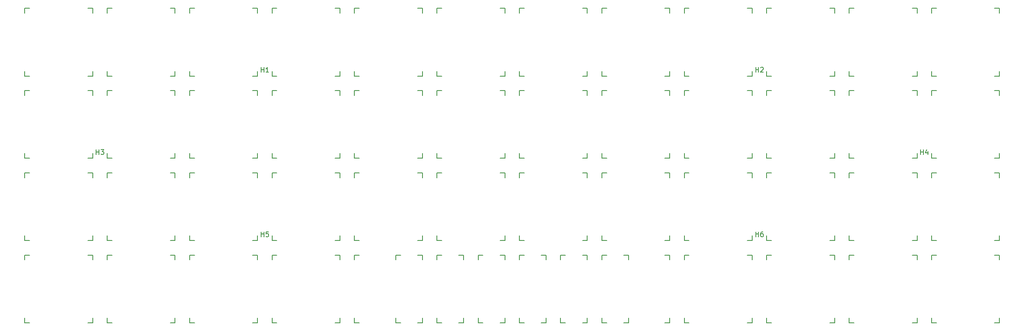
<source format=gbr>
%TF.GenerationSoftware,KiCad,Pcbnew,(6.0.4-0)*%
%TF.CreationDate,2022-10-29T19:27:29-05:00*%
%TF.ProjectId,dogema48_cfx,646f6765-6d61-4343-985f-6366782e6b69,rev?*%
%TF.SameCoordinates,Original*%
%TF.FileFunction,Legend,Top*%
%TF.FilePolarity,Positive*%
%FSLAX46Y46*%
G04 Gerber Fmt 4.6, Leading zero omitted, Abs format (unit mm)*
G04 Created by KiCad (PCBNEW (6.0.4-0)) date 2022-10-29 19:27:29*
%MOMM*%
%LPD*%
G01*
G04 APERTURE LIST*
%ADD10C,0.150000*%
G04 APERTURE END LIST*
D10*
%TO.C,H4*%
X260612972Y-46577357D02*
X260612972Y-45577357D01*
X260612972Y-46053548D02*
X261184400Y-46053548D01*
X261184400Y-46577357D02*
X261184400Y-45577357D01*
X262089162Y-45910691D02*
X262089162Y-46577357D01*
X261851067Y-45529738D02*
X261612972Y-46244024D01*
X262232019Y-46244024D01*
%TO.C,H5*%
X124613036Y-63577349D02*
X124613036Y-62577349D01*
X124613036Y-63053540D02*
X125184464Y-63053540D01*
X125184464Y-63577349D02*
X125184464Y-62577349D01*
X126136845Y-62577349D02*
X125660655Y-62577349D01*
X125613036Y-63053540D01*
X125660655Y-63005921D01*
X125755893Y-62958302D01*
X125993988Y-62958302D01*
X126089226Y-63005921D01*
X126136845Y-63053540D01*
X126184464Y-63148778D01*
X126184464Y-63386873D01*
X126136845Y-63482111D01*
X126089226Y-63529730D01*
X125993988Y-63577349D01*
X125755893Y-63577349D01*
X125660655Y-63529730D01*
X125613036Y-63482111D01*
%TO.C,H2*%
X226612988Y-29577365D02*
X226612988Y-28577365D01*
X226612988Y-29053556D02*
X227184416Y-29053556D01*
X227184416Y-29577365D02*
X227184416Y-28577365D01*
X227612988Y-28672604D02*
X227660607Y-28624985D01*
X227755845Y-28577365D01*
X227993940Y-28577365D01*
X228089178Y-28624985D01*
X228136797Y-28672604D01*
X228184416Y-28767842D01*
X228184416Y-28863080D01*
X228136797Y-29005937D01*
X227565369Y-29577365D01*
X228184416Y-29577365D01*
%TO.C,H6*%
X226612988Y-63577349D02*
X226612988Y-62577349D01*
X226612988Y-63053540D02*
X227184416Y-63053540D01*
X227184416Y-63577349D02*
X227184416Y-62577349D01*
X228089178Y-62577349D02*
X227898702Y-62577349D01*
X227803464Y-62624969D01*
X227755845Y-62672588D01*
X227660607Y-62815445D01*
X227612988Y-63005921D01*
X227612988Y-63386873D01*
X227660607Y-63482111D01*
X227708226Y-63529730D01*
X227803464Y-63577349D01*
X227993940Y-63577349D01*
X228089178Y-63529730D01*
X228136797Y-63482111D01*
X228184416Y-63386873D01*
X228184416Y-63148778D01*
X228136797Y-63053540D01*
X228089178Y-63005921D01*
X227993940Y-62958302D01*
X227803464Y-62958302D01*
X227708226Y-63005921D01*
X227660607Y-63053540D01*
X227612988Y-63148778D01*
%TO.C,H3*%
X90613052Y-46577357D02*
X90613052Y-45577357D01*
X90613052Y-46053548D02*
X91184480Y-46053548D01*
X91184480Y-46577357D02*
X91184480Y-45577357D01*
X91565433Y-45577357D02*
X92184480Y-45577357D01*
X91851147Y-45958310D01*
X91994004Y-45958310D01*
X92089242Y-46005929D01*
X92136861Y-46053548D01*
X92184480Y-46148786D01*
X92184480Y-46386881D01*
X92136861Y-46482119D01*
X92089242Y-46529738D01*
X91994004Y-46577357D01*
X91708290Y-46577357D01*
X91613052Y-46529738D01*
X91565433Y-46482119D01*
%TO.C,H1*%
X124613036Y-29577365D02*
X124613036Y-28577365D01*
X124613036Y-29053556D02*
X125184464Y-29053556D01*
X125184464Y-29577365D02*
X125184464Y-28577365D01*
X126184464Y-29577365D02*
X125613036Y-29577365D01*
X125898750Y-29577365D02*
X125898750Y-28577365D01*
X125803512Y-28720223D01*
X125708274Y-28815461D01*
X125613036Y-28863080D01*
%TO.C,SW25*%
X157874929Y-63374973D02*
X157874929Y-64374973D01*
X143874929Y-64374973D02*
X144874929Y-64374973D01*
X156874929Y-64374973D02*
X157874929Y-64374973D01*
X157874929Y-50374973D02*
X156874929Y-50374973D01*
X157874929Y-50374973D02*
X157874929Y-51374973D01*
X144874929Y-50374973D02*
X143874929Y-50374973D01*
X143874929Y-51374973D02*
X143874929Y-50374973D01*
X143874929Y-64374973D02*
X143874929Y-63374973D01*
X157874929Y-64374973D02*
X156874929Y-64374973D01*
%TO.C,SW17*%
X177874913Y-47374981D02*
X177874913Y-46374981D01*
X178874913Y-33374981D02*
X177874913Y-33374981D01*
X191874913Y-47374981D02*
X190874913Y-47374981D01*
X191874913Y-33374981D02*
X190874913Y-33374981D01*
X191874913Y-33374981D02*
X191874913Y-34374981D01*
X177874913Y-34374981D02*
X177874913Y-33374981D01*
X191874913Y-46374981D02*
X191874913Y-47374981D01*
X190874913Y-47374981D02*
X191874913Y-47374981D01*
X177874913Y-47374981D02*
X178874913Y-47374981D01*
%TO.C,SW23*%
X109874945Y-64374973D02*
X109874945Y-63374973D01*
X123874945Y-64374973D02*
X122874945Y-64374973D01*
X109874945Y-64374973D02*
X110874945Y-64374973D01*
X123874945Y-50374973D02*
X122874945Y-50374973D01*
X123874945Y-63374973D02*
X123874945Y-64374973D01*
X109874945Y-51374973D02*
X109874945Y-50374973D01*
X110874945Y-50374973D02*
X109874945Y-50374973D01*
X123874945Y-50374973D02*
X123874945Y-51374973D01*
X122874945Y-64374973D02*
X123874945Y-64374973D01*
%TO.C,SW26*%
X161874921Y-50374973D02*
X160874921Y-50374973D01*
X160874921Y-64374973D02*
X160874921Y-63374973D01*
X160874921Y-51374973D02*
X160874921Y-50374973D01*
X173874921Y-64374973D02*
X174874921Y-64374973D01*
X174874921Y-50374973D02*
X174874921Y-51374973D01*
X160874921Y-64374973D02*
X161874921Y-64374973D01*
X174874921Y-64374973D02*
X173874921Y-64374973D01*
X174874921Y-50374973D02*
X173874921Y-50374973D01*
X174874921Y-63374973D02*
X174874921Y-64374973D01*
%TO.C,SW13*%
X109874945Y-47374981D02*
X109874945Y-46374981D01*
X123874945Y-33374981D02*
X122874945Y-33374981D01*
X109874945Y-47374981D02*
X110874945Y-47374981D01*
X123874945Y-46374981D02*
X123874945Y-47374981D01*
X110874945Y-33374981D02*
X109874945Y-33374981D01*
X123874945Y-47374981D02*
X122874945Y-47374981D01*
X109874945Y-34374981D02*
X109874945Y-33374981D01*
X122874945Y-47374981D02*
X123874945Y-47374981D01*
X123874945Y-33374981D02*
X123874945Y-34374981D01*
%TO.C,SW20*%
X242874889Y-46374981D02*
X242874889Y-47374981D01*
X241874889Y-47374981D02*
X242874889Y-47374981D01*
X228874889Y-47374981D02*
X229874889Y-47374981D01*
X242874889Y-33374981D02*
X241874889Y-33374981D01*
X228874889Y-47374981D02*
X228874889Y-46374981D01*
X228874889Y-34374981D02*
X228874889Y-33374981D01*
X229874889Y-33374981D02*
X228874889Y-33374981D01*
X242874889Y-33374981D02*
X242874889Y-34374981D01*
X242874889Y-47374981D02*
X241874889Y-47374981D01*
%TO.C,SW16*%
X161874921Y-33374981D02*
X160874921Y-33374981D01*
X160874921Y-34374981D02*
X160874921Y-33374981D01*
X160874921Y-47374981D02*
X160874921Y-46374981D01*
X174874921Y-33374981D02*
X173874921Y-33374981D01*
X174874921Y-47374981D02*
X173874921Y-47374981D01*
X174874921Y-33374981D02*
X174874921Y-34374981D01*
X174874921Y-46374981D02*
X174874921Y-47374981D01*
X160874921Y-47374981D02*
X161874921Y-47374981D01*
X173874921Y-47374981D02*
X174874921Y-47374981D01*
%TO.C,SW4*%
X126874937Y-17374989D02*
X126874937Y-16374989D01*
X140874937Y-16374989D02*
X140874937Y-17374989D01*
X127874937Y-16374989D02*
X126874937Y-16374989D01*
X126874937Y-30374989D02*
X126874937Y-29374989D01*
X139874937Y-30374989D02*
X140874937Y-30374989D01*
X140874937Y-30374989D02*
X139874937Y-30374989D01*
X126874937Y-30374989D02*
X127874937Y-30374989D01*
X140874937Y-29374989D02*
X140874937Y-30374989D01*
X140874937Y-16374989D02*
X139874937Y-16374989D01*
%TO.C,SW1*%
X75874961Y-16374989D02*
X76874961Y-16374989D01*
X89874961Y-16374989D02*
X89874961Y-17374989D01*
X75874961Y-17374989D02*
X75874961Y-16374989D01*
X89874961Y-29374989D02*
X89874961Y-30374989D01*
X75874961Y-30374989D02*
X76874961Y-30374989D01*
X88874961Y-30374989D02*
X89874961Y-30374989D01*
X75874961Y-30374989D02*
X75874961Y-29374989D01*
X89874961Y-16374989D02*
X88874961Y-16374989D01*
X76874961Y-16374989D02*
X75874961Y-16374989D01*
%TO.C,SW29*%
X211874897Y-64374973D02*
X212874897Y-64374973D01*
X225874897Y-50374973D02*
X224874897Y-50374973D01*
X212874897Y-50374973D02*
X211874897Y-50374973D01*
X211874897Y-51374973D02*
X211874897Y-50374973D01*
X224874897Y-64374973D02*
X225874897Y-64374973D01*
X225874897Y-64374973D02*
X224874897Y-64374973D01*
X211874897Y-64374973D02*
X211874897Y-63374973D01*
X225874897Y-63374973D02*
X225874897Y-64374973D01*
X225874897Y-50374973D02*
X225874897Y-51374973D01*
%TO.C,SW15*%
X157874929Y-33374981D02*
X157874929Y-34374981D01*
X157874929Y-33374981D02*
X156874929Y-33374981D01*
X156874929Y-47374981D02*
X157874929Y-47374981D01*
X144874929Y-33374981D02*
X143874929Y-33374981D01*
X143874929Y-47374981D02*
X144874929Y-47374981D01*
X157874929Y-46374981D02*
X157874929Y-47374981D01*
X143874929Y-47374981D02*
X143874929Y-46374981D01*
X157874929Y-47374981D02*
X156874929Y-47374981D01*
X143874929Y-34374981D02*
X143874929Y-33374981D01*
%TO.C,SW34*%
X126874937Y-68374965D02*
X126874937Y-67374965D01*
X126874937Y-81374965D02*
X127874937Y-81374965D01*
X140874937Y-81374965D02*
X139874937Y-81374965D01*
X140874937Y-67374965D02*
X140874937Y-68374965D01*
X140874937Y-80374965D02*
X140874937Y-81374965D01*
X140874937Y-67374965D02*
X139874937Y-67374965D01*
X126874937Y-81374965D02*
X126874937Y-80374965D01*
X139874937Y-81374965D02*
X140874937Y-81374965D01*
X127874937Y-67374965D02*
X126874937Y-67374965D01*
%TO.C,SW6*%
X160874921Y-30374989D02*
X161874921Y-30374989D01*
X160874921Y-30374989D02*
X160874921Y-29374989D01*
X161874921Y-16374989D02*
X160874921Y-16374989D01*
X174874921Y-29374989D02*
X174874921Y-30374989D01*
X173874921Y-30374989D02*
X174874921Y-30374989D01*
X160874921Y-17374989D02*
X160874921Y-16374989D01*
X174874921Y-16374989D02*
X174874921Y-17374989D01*
X174874921Y-16374989D02*
X173874921Y-16374989D01*
X174874921Y-30374989D02*
X173874921Y-30374989D01*
%TO.C,SW10*%
X242874889Y-29374989D02*
X242874889Y-30374989D01*
X241874889Y-30374989D02*
X242874889Y-30374989D01*
X228874889Y-30374989D02*
X229874889Y-30374989D01*
X242874889Y-30374989D02*
X241874889Y-30374989D01*
X228874889Y-17374989D02*
X228874889Y-16374989D01*
X229874889Y-16374989D02*
X228874889Y-16374989D01*
X228874889Y-30374989D02*
X228874889Y-29374989D01*
X242874889Y-16374989D02*
X241874889Y-16374989D01*
X242874889Y-16374989D02*
X242874889Y-17374989D01*
%TO.C,SW46*%
X262874873Y-64374973D02*
X262874873Y-63374973D01*
X276874873Y-50374973D02*
X275874873Y-50374973D01*
X262874873Y-64374973D02*
X263874873Y-64374973D01*
X263874873Y-50374973D02*
X262874873Y-50374973D01*
X276874873Y-64374973D02*
X275874873Y-64374973D01*
X262874873Y-51374973D02*
X262874873Y-50374973D01*
X276874873Y-50374973D02*
X276874873Y-51374973D01*
X275874873Y-64374973D02*
X276874873Y-64374973D01*
X276874873Y-63374973D02*
X276874873Y-64374973D01*
%TO.C,SW47*%
X183374917Y-67374965D02*
X183374917Y-68374965D01*
X169374917Y-81374965D02*
X170374917Y-81374965D01*
X182374917Y-81374965D02*
X183374917Y-81374965D01*
X169374917Y-68374965D02*
X169374917Y-67374965D01*
X183374917Y-80374965D02*
X183374917Y-81374965D01*
X170374917Y-67374965D02*
X169374917Y-67374965D01*
X183374917Y-67374965D02*
X182374917Y-67374965D01*
X169374917Y-81374965D02*
X169374917Y-80374965D01*
X169374917Y-67374965D02*
X170374917Y-67374965D01*
%TO.C,SW33*%
X123874945Y-81374965D02*
X122874945Y-81374965D01*
X109874945Y-81374965D02*
X110874945Y-81374965D01*
X110874945Y-67374965D02*
X109874945Y-67374965D01*
X123874945Y-80374965D02*
X123874945Y-81374965D01*
X122874945Y-81374965D02*
X123874945Y-81374965D01*
X109874945Y-68374965D02*
X109874945Y-67374965D01*
X123874945Y-67374965D02*
X122874945Y-67374965D01*
X123874945Y-67374965D02*
X123874945Y-68374965D01*
X109874945Y-81374965D02*
X109874945Y-80374965D01*
%TO.C,SW27*%
X191874913Y-50374973D02*
X190874913Y-50374973D01*
X191874913Y-64374973D02*
X190874913Y-64374973D01*
X177874913Y-64374973D02*
X178874913Y-64374973D01*
X191874913Y-63374973D02*
X191874913Y-64374973D01*
X177874913Y-51374973D02*
X177874913Y-50374973D01*
X190874913Y-64374973D02*
X191874913Y-64374973D01*
X191874913Y-50374973D02*
X191874913Y-51374973D01*
X178874913Y-50374973D02*
X177874913Y-50374973D01*
X177874913Y-64374973D02*
X177874913Y-63374973D01*
%TO.C,SW51*%
X187374909Y-67374965D02*
X186374909Y-67374965D01*
X200374909Y-67374965D02*
X199374909Y-67374965D01*
X200374909Y-80374965D02*
X200374909Y-81374965D01*
X200374909Y-67374965D02*
X200374909Y-68374965D01*
X186374909Y-67374965D02*
X187374909Y-67374965D01*
X186374909Y-68374965D02*
X186374909Y-67374965D01*
X186374909Y-81374965D02*
X186374909Y-80374965D01*
X199374909Y-81374965D02*
X200374909Y-81374965D01*
X186374909Y-81374965D02*
X187374909Y-81374965D01*
%TO.C,SW30*%
X229874889Y-50374973D02*
X228874889Y-50374973D01*
X242874889Y-50374973D02*
X241874889Y-50374973D01*
X241874889Y-64374973D02*
X242874889Y-64374973D01*
X242874889Y-50374973D02*
X242874889Y-51374973D01*
X228874889Y-64374973D02*
X228874889Y-63374973D01*
X228874889Y-51374973D02*
X228874889Y-50374973D01*
X242874889Y-63374973D02*
X242874889Y-64374973D01*
X242874889Y-64374973D02*
X241874889Y-64374973D01*
X228874889Y-64374973D02*
X229874889Y-64374973D01*
%TO.C,SW44*%
X263874873Y-33374981D02*
X262874873Y-33374981D01*
X262874873Y-47374981D02*
X262874873Y-46374981D01*
X262874873Y-47374981D02*
X263874873Y-47374981D01*
X276874873Y-33374981D02*
X275874873Y-33374981D01*
X276874873Y-47374981D02*
X275874873Y-47374981D01*
X276874873Y-46374981D02*
X276874873Y-47374981D01*
X276874873Y-33374981D02*
X276874873Y-34374981D01*
X262874873Y-34374981D02*
X262874873Y-33374981D01*
X275874873Y-47374981D02*
X276874873Y-47374981D01*
%TO.C,SW7*%
X178874913Y-16374989D02*
X177874913Y-16374989D01*
X191874913Y-30374989D02*
X190874913Y-30374989D01*
X191874913Y-16374989D02*
X191874913Y-17374989D01*
X191874913Y-16374989D02*
X190874913Y-16374989D01*
X190874913Y-30374989D02*
X191874913Y-30374989D01*
X177874913Y-17374989D02*
X177874913Y-16374989D01*
X191874913Y-29374989D02*
X191874913Y-30374989D01*
X177874913Y-30374989D02*
X177874913Y-29374989D01*
X177874913Y-30374989D02*
X178874913Y-30374989D01*
%TO.C,SW19*%
X225874897Y-46374981D02*
X225874897Y-47374981D01*
X211874897Y-34374981D02*
X211874897Y-33374981D01*
X225874897Y-33374981D02*
X225874897Y-34374981D01*
X224874897Y-47374981D02*
X225874897Y-47374981D01*
X225874897Y-33374981D02*
X224874897Y-33374981D01*
X225874897Y-47374981D02*
X224874897Y-47374981D01*
X211874897Y-47374981D02*
X211874897Y-46374981D01*
X211874897Y-47374981D02*
X212874897Y-47374981D01*
X212874897Y-33374981D02*
X211874897Y-33374981D01*
%TO.C,SW50*%
X152374925Y-81374965D02*
X153374925Y-81374965D01*
X152374925Y-68374965D02*
X152374925Y-67374965D01*
X153374925Y-67374965D02*
X152374925Y-67374965D01*
X166374925Y-80374965D02*
X166374925Y-81374965D01*
X166374925Y-67374965D02*
X165374925Y-67374965D01*
X152374925Y-81374965D02*
X152374925Y-80374965D01*
X165374925Y-81374965D02*
X166374925Y-81374965D01*
X166374925Y-67374965D02*
X166374925Y-68374965D01*
X152374925Y-67374965D02*
X153374925Y-67374965D01*
%TO.C,SW40*%
X229874889Y-67374965D02*
X228874889Y-67374965D01*
X241874889Y-81374965D02*
X242874889Y-81374965D01*
X228874889Y-81374965D02*
X229874889Y-81374965D01*
X242874889Y-67374965D02*
X241874889Y-67374965D01*
X242874889Y-81374965D02*
X241874889Y-81374965D01*
X242874889Y-67374965D02*
X242874889Y-68374965D01*
X228874889Y-68374965D02*
X228874889Y-67374965D01*
X228874889Y-81374965D02*
X228874889Y-80374965D01*
X242874889Y-80374965D02*
X242874889Y-81374965D01*
%TO.C,SW24*%
X140874937Y-63374973D02*
X140874937Y-64374973D01*
X127874937Y-50374973D02*
X126874937Y-50374973D01*
X126874937Y-51374973D02*
X126874937Y-50374973D01*
X126874937Y-64374973D02*
X127874937Y-64374973D01*
X140874937Y-50374973D02*
X139874937Y-50374973D01*
X139874937Y-64374973D02*
X140874937Y-64374973D01*
X140874937Y-50374973D02*
X140874937Y-51374973D01*
X140874937Y-64374973D02*
X139874937Y-64374973D01*
X126874937Y-64374973D02*
X126874937Y-63374973D01*
%TO.C,SW49*%
X276874873Y-67374965D02*
X276874873Y-68374965D01*
X276874873Y-81374965D02*
X275874873Y-81374965D01*
X276874873Y-67374965D02*
X275874873Y-67374965D01*
X263874873Y-67374965D02*
X262874873Y-67374965D01*
X262874873Y-81374965D02*
X263874873Y-81374965D01*
X276874873Y-80374965D02*
X276874873Y-81374965D01*
X262874873Y-68374965D02*
X262874873Y-67374965D01*
X275874873Y-81374965D02*
X276874873Y-81374965D01*
X262874873Y-81374965D02*
X262874873Y-80374965D01*
%TO.C,SW32*%
X92874953Y-81374965D02*
X92874953Y-80374965D01*
X106874953Y-67374965D02*
X106874953Y-68374965D01*
X106874953Y-80374965D02*
X106874953Y-81374965D01*
X106874953Y-81374965D02*
X105874953Y-81374965D01*
X92874953Y-68374965D02*
X92874953Y-67374965D01*
X106874953Y-67374965D02*
X105874953Y-67374965D01*
X92874953Y-81374965D02*
X93874953Y-81374965D01*
X93874953Y-67374965D02*
X92874953Y-67374965D01*
X105874953Y-81374965D02*
X106874953Y-81374965D01*
%TO.C,SW5*%
X144874929Y-16374989D02*
X143874929Y-16374989D01*
X143874929Y-30374989D02*
X143874929Y-29374989D01*
X156874929Y-30374989D02*
X157874929Y-30374989D01*
X143874929Y-17374989D02*
X143874929Y-16374989D01*
X157874929Y-16374989D02*
X157874929Y-17374989D01*
X157874929Y-30374989D02*
X156874929Y-30374989D01*
X157874929Y-29374989D02*
X157874929Y-30374989D01*
X157874929Y-16374989D02*
X156874929Y-16374989D01*
X143874929Y-30374989D02*
X144874929Y-30374989D01*
%TO.C,SW48*%
X259874881Y-81374965D02*
X258874881Y-81374965D01*
X259874881Y-80374965D02*
X259874881Y-81374965D01*
X259874881Y-67374965D02*
X258874881Y-67374965D01*
X246874881Y-67374965D02*
X245874881Y-67374965D01*
X245874881Y-81374965D02*
X246874881Y-81374965D01*
X259874881Y-67374965D02*
X259874881Y-68374965D01*
X245874881Y-68374965D02*
X245874881Y-67374965D01*
X245874881Y-81374965D02*
X245874881Y-80374965D01*
X258874881Y-81374965D02*
X259874881Y-81374965D01*
%TO.C,SW31*%
X76874961Y-67374965D02*
X75874961Y-67374965D01*
X75874961Y-68374965D02*
X75874961Y-67374965D01*
X89874961Y-80374965D02*
X89874961Y-81374965D01*
X89874961Y-67374965D02*
X89874961Y-68374965D01*
X75874961Y-67374965D02*
X76874961Y-67374965D01*
X75874961Y-81374965D02*
X76874961Y-81374965D01*
X88874961Y-81374965D02*
X89874961Y-81374965D01*
X75874961Y-81374965D02*
X75874961Y-80374965D01*
X89874961Y-67374965D02*
X88874961Y-67374965D01*
%TO.C,SW38*%
X208874905Y-80374965D02*
X208874905Y-81374965D01*
X194874905Y-81374965D02*
X194874905Y-80374965D01*
X208874905Y-67374965D02*
X208874905Y-68374965D01*
X208874905Y-67374965D02*
X207874905Y-67374965D01*
X195874905Y-67374965D02*
X194874905Y-67374965D01*
X208874905Y-81374965D02*
X207874905Y-81374965D01*
X207874905Y-81374965D02*
X208874905Y-81374965D01*
X194874905Y-68374965D02*
X194874905Y-67374965D01*
X194874905Y-81374965D02*
X195874905Y-81374965D01*
%TO.C,SW35*%
X157874929Y-67374965D02*
X156874929Y-67374965D01*
X143874929Y-81374965D02*
X144874929Y-81374965D01*
X157874929Y-81374965D02*
X156874929Y-81374965D01*
X143874929Y-68374965D02*
X143874929Y-67374965D01*
X144874929Y-67374965D02*
X143874929Y-67374965D01*
X157874929Y-67374965D02*
X157874929Y-68374965D01*
X157874929Y-80374965D02*
X157874929Y-81374965D01*
X143874929Y-81374965D02*
X143874929Y-80374965D01*
X156874929Y-81374965D02*
X157874929Y-81374965D01*
%TO.C,SW45*%
X259874881Y-64374973D02*
X258874881Y-64374973D01*
X246874881Y-50374973D02*
X245874881Y-50374973D01*
X258874881Y-64374973D02*
X259874881Y-64374973D01*
X245874881Y-64374973D02*
X246874881Y-64374973D01*
X245874881Y-64374973D02*
X245874881Y-63374973D01*
X259874881Y-63374973D02*
X259874881Y-64374973D01*
X245874881Y-51374973D02*
X245874881Y-50374973D01*
X259874881Y-50374973D02*
X258874881Y-50374973D01*
X259874881Y-50374973D02*
X259874881Y-51374973D01*
%TO.C,SW18*%
X208874905Y-47374981D02*
X207874905Y-47374981D01*
X208874905Y-33374981D02*
X208874905Y-34374981D01*
X208874905Y-46374981D02*
X208874905Y-47374981D01*
X194874905Y-34374981D02*
X194874905Y-33374981D01*
X194874905Y-47374981D02*
X195874905Y-47374981D01*
X195874905Y-33374981D02*
X194874905Y-33374981D01*
X208874905Y-33374981D02*
X207874905Y-33374981D01*
X194874905Y-47374981D02*
X194874905Y-46374981D01*
X207874905Y-47374981D02*
X208874905Y-47374981D01*
%TO.C,SW41*%
X259874881Y-16374989D02*
X259874881Y-17374989D01*
X259874881Y-30374989D02*
X258874881Y-30374989D01*
X245874881Y-30374989D02*
X245874881Y-29374989D01*
X246874881Y-16374989D02*
X245874881Y-16374989D01*
X258874881Y-30374989D02*
X259874881Y-30374989D01*
X245874881Y-17374989D02*
X245874881Y-16374989D01*
X245874881Y-30374989D02*
X246874881Y-30374989D01*
X259874881Y-16374989D02*
X258874881Y-16374989D01*
X259874881Y-29374989D02*
X259874881Y-30374989D01*
%TO.C,SW3*%
X123874945Y-29374989D02*
X123874945Y-30374989D01*
X109874945Y-30374989D02*
X109874945Y-29374989D01*
X109874945Y-30374989D02*
X110874945Y-30374989D01*
X110874945Y-16374989D02*
X109874945Y-16374989D01*
X109874945Y-17374989D02*
X109874945Y-16374989D01*
X122874945Y-30374989D02*
X123874945Y-30374989D01*
X123874945Y-16374989D02*
X123874945Y-17374989D01*
X123874945Y-16374989D02*
X122874945Y-16374989D01*
X123874945Y-30374989D02*
X122874945Y-30374989D01*
%TO.C,SW9*%
X212874897Y-16374989D02*
X211874897Y-16374989D01*
X225874897Y-16374989D02*
X224874897Y-16374989D01*
X225874897Y-16374989D02*
X225874897Y-17374989D01*
X211874897Y-17374989D02*
X211874897Y-16374989D01*
X211874897Y-30374989D02*
X212874897Y-30374989D01*
X211874897Y-30374989D02*
X211874897Y-29374989D01*
X225874897Y-29374989D02*
X225874897Y-30374989D01*
X224874897Y-30374989D02*
X225874897Y-30374989D01*
X225874897Y-30374989D02*
X224874897Y-30374989D01*
%TO.C,SW14*%
X126874937Y-34374981D02*
X126874937Y-33374981D01*
X126874937Y-47374981D02*
X126874937Y-46374981D01*
X126874937Y-47374981D02*
X127874937Y-47374981D01*
X140874937Y-46374981D02*
X140874937Y-47374981D01*
X140874937Y-33374981D02*
X139874937Y-33374981D01*
X140874937Y-33374981D02*
X140874937Y-34374981D01*
X127874937Y-33374981D02*
X126874937Y-33374981D01*
X139874937Y-47374981D02*
X140874937Y-47374981D01*
X140874937Y-47374981D02*
X139874937Y-47374981D01*
%TO.C,SW21*%
X76874961Y-50374973D02*
X75874961Y-50374973D01*
X75874961Y-64374973D02*
X76874961Y-64374973D01*
X89874961Y-50374973D02*
X89874961Y-51374973D01*
X75874961Y-64374973D02*
X75874961Y-63374973D01*
X89874961Y-63374973D02*
X89874961Y-64374973D01*
X75874961Y-50374973D02*
X76874961Y-50374973D01*
X89874961Y-50374973D02*
X88874961Y-50374973D01*
X88874961Y-64374973D02*
X89874961Y-64374973D01*
X75874961Y-51374973D02*
X75874961Y-50374973D01*
%TO.C,SW2*%
X92874953Y-17374989D02*
X92874953Y-16374989D01*
X106874953Y-16374989D02*
X105874953Y-16374989D01*
X92874953Y-30374989D02*
X92874953Y-29374989D01*
X93874953Y-16374989D02*
X92874953Y-16374989D01*
X92874953Y-30374989D02*
X93874953Y-30374989D01*
X106874953Y-29374989D02*
X106874953Y-30374989D01*
X106874953Y-30374989D02*
X105874953Y-30374989D01*
X105874953Y-30374989D02*
X106874953Y-30374989D01*
X106874953Y-16374989D02*
X106874953Y-17374989D01*
%TO.C,SW12*%
X92874953Y-47374981D02*
X93874953Y-47374981D01*
X93874953Y-33374981D02*
X92874953Y-33374981D01*
X106874953Y-33374981D02*
X106874953Y-34374981D01*
X106874953Y-33374981D02*
X105874953Y-33374981D01*
X105874953Y-47374981D02*
X106874953Y-47374981D01*
X106874953Y-47374981D02*
X105874953Y-47374981D01*
X106874953Y-46374981D02*
X106874953Y-47374981D01*
X92874953Y-47374981D02*
X92874953Y-46374981D01*
X92874953Y-34374981D02*
X92874953Y-33374981D01*
%TO.C,SW36*%
X174874921Y-67374965D02*
X174874921Y-68374965D01*
X161874921Y-67374965D02*
X160874921Y-67374965D01*
X174874921Y-80374965D02*
X174874921Y-81374965D01*
X160874921Y-68374965D02*
X160874921Y-67374965D01*
X173874921Y-81374965D02*
X174874921Y-81374965D01*
X174874921Y-67374965D02*
X173874921Y-67374965D01*
X174874921Y-81374965D02*
X173874921Y-81374965D01*
X160874921Y-81374965D02*
X161874921Y-81374965D01*
X160874921Y-81374965D02*
X160874921Y-80374965D01*
%TO.C,SW22*%
X92874953Y-51374973D02*
X92874953Y-50374973D01*
X106874953Y-50374973D02*
X105874953Y-50374973D01*
X105874953Y-64374973D02*
X106874953Y-64374973D01*
X106874953Y-64374973D02*
X105874953Y-64374973D01*
X92874953Y-64374973D02*
X93874953Y-64374973D01*
X106874953Y-63374973D02*
X106874953Y-64374973D01*
X106874953Y-50374973D02*
X106874953Y-51374973D01*
X93874953Y-50374973D02*
X92874953Y-50374973D01*
X92874953Y-64374973D02*
X92874953Y-63374973D01*
%TO.C,SW43*%
X245874881Y-34374981D02*
X245874881Y-33374981D01*
X245874881Y-47374981D02*
X246874881Y-47374981D01*
X259874881Y-46374981D02*
X259874881Y-47374981D01*
X259874881Y-33374981D02*
X259874881Y-34374981D01*
X258874881Y-47374981D02*
X259874881Y-47374981D01*
X246874881Y-33374981D02*
X245874881Y-33374981D01*
X259874881Y-47374981D02*
X258874881Y-47374981D01*
X245874881Y-47374981D02*
X245874881Y-46374981D01*
X259874881Y-33374981D02*
X258874881Y-33374981D01*
%TO.C,SW28*%
X208874905Y-64374973D02*
X207874905Y-64374973D01*
X208874905Y-50374973D02*
X208874905Y-51374973D01*
X208874905Y-50374973D02*
X207874905Y-50374973D01*
X194874905Y-64374973D02*
X195874905Y-64374973D01*
X195874905Y-50374973D02*
X194874905Y-50374973D01*
X194874905Y-64374973D02*
X194874905Y-63374973D01*
X194874905Y-51374973D02*
X194874905Y-50374973D01*
X208874905Y-63374973D02*
X208874905Y-64374973D01*
X207874905Y-64374973D02*
X208874905Y-64374973D01*
%TO.C,SW37*%
X191874913Y-67374965D02*
X190874913Y-67374965D01*
X191874913Y-80374965D02*
X191874913Y-81374965D01*
X177874913Y-68374965D02*
X177874913Y-67374965D01*
X190874913Y-81374965D02*
X191874913Y-81374965D01*
X178874913Y-67374965D02*
X177874913Y-67374965D01*
X177874913Y-81374965D02*
X178874913Y-81374965D01*
X191874913Y-67374965D02*
X191874913Y-68374965D01*
X191874913Y-81374965D02*
X190874913Y-81374965D01*
X177874913Y-81374965D02*
X177874913Y-80374965D01*
%TO.C,SW11*%
X76874961Y-33374981D02*
X75874961Y-33374981D01*
X75874961Y-33374981D02*
X76874961Y-33374981D01*
X75874961Y-34374981D02*
X75874961Y-33374981D01*
X89874961Y-46374981D02*
X89874961Y-47374981D01*
X89874961Y-33374981D02*
X88874961Y-33374981D01*
X89874961Y-33374981D02*
X89874961Y-34374981D01*
X75874961Y-47374981D02*
X75874961Y-46374981D01*
X75874961Y-47374981D02*
X76874961Y-47374981D01*
X88874961Y-47374981D02*
X89874961Y-47374981D01*
%TO.C,SW39*%
X225874897Y-67374965D02*
X224874897Y-67374965D01*
X225874897Y-67374965D02*
X225874897Y-68374965D01*
X211874897Y-68374965D02*
X211874897Y-67374965D01*
X211874897Y-81374965D02*
X211874897Y-80374965D01*
X211874897Y-81374965D02*
X212874897Y-81374965D01*
X225874897Y-80374965D02*
X225874897Y-81374965D01*
X212874897Y-67374965D02*
X211874897Y-67374965D01*
X225874897Y-81374965D02*
X224874897Y-81374965D01*
X224874897Y-81374965D02*
X225874897Y-81374965D01*
%TO.C,SW42*%
X262874873Y-17374989D02*
X262874873Y-16374989D01*
X262874873Y-30374989D02*
X263874873Y-30374989D01*
X276874873Y-30374989D02*
X275874873Y-30374989D01*
X276874873Y-29374989D02*
X276874873Y-30374989D01*
X262874873Y-30374989D02*
X262874873Y-29374989D01*
X276874873Y-16374989D02*
X275874873Y-16374989D01*
X275874873Y-30374989D02*
X276874873Y-30374989D01*
X276874873Y-16374989D02*
X276874873Y-17374989D01*
X263874873Y-16374989D02*
X262874873Y-16374989D01*
%TO.C,SW8*%
X208874905Y-16374989D02*
X207874905Y-16374989D01*
X208874905Y-30374989D02*
X207874905Y-30374989D01*
X194874905Y-30374989D02*
X194874905Y-29374989D01*
X194874905Y-17374989D02*
X194874905Y-16374989D01*
X207874905Y-30374989D02*
X208874905Y-30374989D01*
X194874905Y-30374989D02*
X195874905Y-30374989D01*
X208874905Y-16374989D02*
X208874905Y-17374989D01*
X195874905Y-16374989D02*
X194874905Y-16374989D01*
X208874905Y-29374989D02*
X208874905Y-30374989D01*
%TD*%
M02*

</source>
